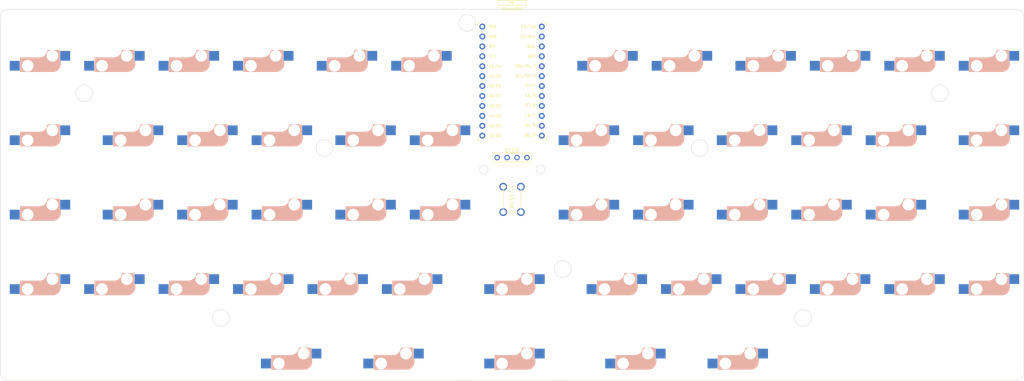
<source format=kicad_pcb>
(kicad_pcb (version 20171130) (host pcbnew "(5.1.9)-1")
  (layers (0 F.Cu signal) (31 B.Cu signal) (34 B.Paste user) (35 F.Paste user) (36 B.SilkS user) (37 F.SilkS user) (38 B.Mask user) (39 F.Mask user) (44 Edge.Cuts user))
  (net 0 "")
  (net 1 /ROW2)
  (net 2 "Net-(D1-Pad2)")
  (net 3 "Net-(D2-Pad2)")
  (net 4 "Net-(D3-Pad2)")
  (net 5 "Net-(D4-Pad2)")
  (net 6 "Net-(D5-Pad2)")
  (net 7 "Net-(D6-Pad2)")
  (net 8 /ROW1)
  (net 9 "Net-(D7-Pad2)")
  (net 10 "Net-(D8-Pad2)")
  (net 11 "Net-(D9-Pad2)")
  (net 12 "Net-(D10-Pad2)")
  (net 13 "Net-(D11-Pad2)")
  (net 14 "Net-(D12-Pad2)")
  (net 15 "Net-(D13-Pad2)")
  (net 16 /ROW4)
  (net 17 "Net-(D14-Pad2)")
  (net 18 "Net-(D15-Pad2)")
  (net 19 "Net-(D16-Pad2)")
  (net 20 "Net-(D17-Pad2)")
  (net 21 "Net-(D18-Pad2)")
  (net 22 "Net-(D19-Pad2)")
  (net 23 /ROW3)
  (net 24 "Net-(D20-Pad2)")
  (net 25 "Net-(D21-Pad2)")
  (net 26 "Net-(D22-Pad2)")
  (net 27 "Net-(D23-Pad2)")
  (net 28 "Net-(D24-Pad2)")
  (net 29 /ROW6)
  (net 30 "Net-(D25-Pad2)")
  (net 31 "Net-(D26-Pad2)")
  (net 32 "Net-(D27-Pad2)")
  (net 33 "Net-(D28-Pad2)")
  (net 34 "Net-(D29-Pad2)")
  (net 35 "Net-(D30-Pad2)")
  (net 36 /ROW5)
  (net 37 "Net-(D31-Pad2)")
  (net 38 "Net-(D32-Pad2)")
  (net 39 "Net-(D33-Pad2)")
  (net 40 "Net-(D34-Pad2)")
  (net 41 "Net-(D35-Pad2)")
  (net 42 "Net-(D36-Pad2)")
  (net 43 /ROW8)
  (net 44 "Net-(D37-Pad2)")
  (net 45 "Net-(D38-Pad2)")
  (net 46 "Net-(D39-Pad2)")
  (net 47 "Net-(D40-Pad2)")
  (net 48 "Net-(D41-Pad2)")
  (net 49 "Net-(D42-Pad2)")
  (net 50 /ROW7)
  (net 51 "Net-(D43-Pad2)")
  (net 52 "Net-(D44-Pad2)")
  (net 53 "Net-(D45-Pad2)")
  (net 54 "Net-(D46-Pad2)")
  (net 55 "Net-(D47-Pad2)")
  (net 56 "Net-(D48-Pad2)")
  (net 57 "Net-(D49-Pad2)")
  (net 58 /ROW9)
  (net 59 "Net-(D50-Pad2)")
  (net 60 "Net-(D51-Pad2)")
  (net 61 "Net-(D52-Pad2)")
  (net 62 "Net-(D53-Pad2)")
  (net 63 "Net-(D54-Pad2)")
  (net 64 VCC)
  (net 65 /LED)
  (net 66 GND)
  (net 67 /SDA)
  (net 68 /SDL)
  (net 69 /COL1)
  (net 70 /COL2)
  (net 71 /COL3)
  (net 72 /COL4)
  (net 73 /COL5)
  (net 74 /COL6)
  (net 75 /RST)
  (net 76 "Net-(U1-Pad24)")
  (module yuiop:Cherry_MX_Stabilizer (layer F.Cu) (at 210 188.0937)
    (fp_text reference REF** hide)
    (fp_text value Cherry_MX_Stabilizer hide)
    (pad "" np_thru_hole circle (at -11.938 6.985 180) (size 3.048 3.048) (drill 3.048) (layers *.Cu *.Mask))
    (pad "" np_thru_hole circle (at -11.938 -8.255 180) (size 3.9878 3.9878) (drill 3.9878) (layers *.Cu *.Mask))
    (pad "" np_thru_hole circle (at 11.938 -8.255 180) (size 3.9878 3.9878) (drill 3.9878) (layers *.Cu *.Mask))
    (pad "" np_thru_hole circle (at 11.938 6.985 180) (size 3.048 3.048) (drill 3.048) (layers *.Cu *.Mask))
  )
  (module yuiop:Cherry_MX_Hotswap_2.0u (layer F.Cu) (at 210 188.09374)
    (fp_text reference SW52 hide)
    (fp_text value SW_PUSH hide)
    (pad "" np_thru_hole circle (at -5.08 0 180) (size 1.9 1.9) (drill 1.9) (layers *.Cu *.Mask))
    (pad "" np_thru_hole circle (at 5.08 0 180) (size 1.9 1.9) (drill 1.9) (layers *.Cu *.Mask))
    (pad 2 smd rect (at -5.842 5.08) (size 2.55 2.5) (layers B.Cu B.Paste B.Mask) (net 61 "Net-(D52-Pad2)"))
    (pad "" np_thru_hole circle (at 0 0 270) (size 4.1 4.1) (drill 4.1) (layers *.Cu *.Mask))
    (pad "" np_thru_hole circle (at -2.54 5.08 180) (size 3 3) (drill 3) (layers *.Cu *.Mask))
    (pad "" np_thru_hole circle (at 3.81 2.54 180) (size 3 3) (drill 3) (layers *.Cu *.Mask))
    (pad 1 smd rect (at 7.085 2.54) (size 2.55 2.5) (layers B.Cu B.Paste B.Mask) (net 74 /COL6))
  )
  (module yuiop:Cherry_MX_Hotswap_1.0u (layer F.Cu) (at 331.44424 169.04374)
    (fp_text reference SW48 hide)
    (fp_text value SW_PUSH hide)
    (pad "" np_thru_hole circle (at 3.81 2.54 180) (size 3 3) (drill 3) (layers *.Cu *.Mask))
    (pad "" np_thru_hole circle (at -2.54 5.08 180) (size 3 3) (drill 3) (layers *.Cu *.Mask))
    (pad 1 smd rect (at 7.085 2.54) (size 2.55 2.5) (layers B.Cu B.Paste B.Mask) (net 74 /COL6))
    (pad "" np_thru_hole circle (at 0 0 270) (size 4.1 4.1) (drill 4.1) (layers *.Cu *.Mask))
    (pad "" np_thru_hole circle (at -5.08 0 180) (size 1.9 1.9) (drill 1.9) (layers *.Cu *.Mask))
    (pad "" np_thru_hole circle (at 5.08 0 180) (size 1.9 1.9) (drill 1.9) (layers *.Cu *.Mask))
    (pad 2 smd rect (at -5.842 5.08) (size 2.55 2.5) (layers B.Cu B.Paste B.Mask) (net 56 "Net-(D48-Pad2)"))
  )
  (module yuiop:Cherry_MX_Hotswap_1.0u (layer F.Cu) (at 331.44424 149.99374)
    (fp_text reference SW36 hide)
    (fp_text value SW_PUSH hide)
    (pad "" np_thru_hole circle (at 3.81 2.54 180) (size 3 3) (drill 3) (layers *.Cu *.Mask))
    (pad "" np_thru_hole circle (at -2.54 5.08 180) (size 3 3) (drill 3) (layers *.Cu *.Mask))
    (pad 1 smd rect (at 7.085 2.54) (size 2.55 2.5) (layers B.Cu B.Paste B.Mask) (net 74 /COL6))
    (pad "" np_thru_hole circle (at 0 0 270) (size 4.1 4.1) (drill 4.1) (layers *.Cu *.Mask))
    (pad "" np_thru_hole circle (at -5.08 0 180) (size 1.9 1.9) (drill 1.9) (layers *.Cu *.Mask))
    (pad "" np_thru_hole circle (at 5.08 0 180) (size 1.9 1.9) (drill 1.9) (layers *.Cu *.Mask))
    (pad 2 smd rect (at -5.842 5.08) (size 2.55 2.5) (layers B.Cu B.Paste B.Mask) (net 42 "Net-(D36-Pad2)"))
  )
  (module yuiop:Cherry_MX_Hotswap_1.0u (layer F.Cu) (at 331.44349 130.94374)
    (fp_text reference SW24 hide)
    (fp_text value SW_PUSH hide)
    (pad "" np_thru_hole circle (at 3.81 2.54 180) (size 3 3) (drill 3) (layers *.Cu *.Mask))
    (pad "" np_thru_hole circle (at -2.54 5.08 180) (size 3 3) (drill 3) (layers *.Cu *.Mask))
    (pad 1 smd rect (at 7.085 2.54) (size 2.55 2.5) (layers B.Cu B.Paste B.Mask) (net 74 /COL6))
    (pad "" np_thru_hole circle (at 0 0 270) (size 4.1 4.1) (drill 4.1) (layers *.Cu *.Mask))
    (pad "" np_thru_hole circle (at -5.08 0 180) (size 1.9 1.9) (drill 1.9) (layers *.Cu *.Mask))
    (pad "" np_thru_hole circle (at 5.08 0 180) (size 1.9 1.9) (drill 1.9) (layers *.Cu *.Mask))
    (pad 2 smd rect (at -5.842 5.08) (size 2.55 2.5) (layers B.Cu B.Paste B.Mask) (net 28 "Net-(D24-Pad2)"))
  )
  (module yuiop:Cherry_MX_Hotswap_1.0u (layer F.Cu) (at 88.55626 169.04374)
    (fp_text reference SW37 hide)
    (fp_text value SW_PUSH hide)
    (pad "" np_thru_hole circle (at 3.81 2.54 180) (size 3 3) (drill 3) (layers *.Cu *.Mask))
    (pad "" np_thru_hole circle (at -2.54 5.08 180) (size 3 3) (drill 3) (layers *.Cu *.Mask))
    (pad 1 smd rect (at 7.085 2.54) (size 2.55 2.5) (layers B.Cu B.Paste B.Mask) (net 69 /COL1))
    (pad "" np_thru_hole circle (at 0 0 270) (size 4.1 4.1) (drill 4.1) (layers *.Cu *.Mask))
    (pad "" np_thru_hole circle (at -5.08 0 180) (size 1.9 1.9) (drill 1.9) (layers *.Cu *.Mask))
    (pad "" np_thru_hole circle (at 5.08 0 180) (size 1.9 1.9) (drill 1.9) (layers *.Cu *.Mask))
    (pad 2 smd rect (at -5.842 5.08) (size 2.55 2.5) (layers B.Cu B.Paste B.Mask) (net 44 "Net-(D37-Pad2)"))
  )
  (module yuiop:Cherry_MX_Hotswap_1.0u (layer F.Cu) (at 88.55626 149.99374)
    (fp_text reference SW25 hide)
    (fp_text value SW_PUSH hide)
    (pad "" np_thru_hole circle (at 3.81 2.54 180) (size 3 3) (drill 3) (layers *.Cu *.Mask))
    (pad "" np_thru_hole circle (at -2.54 5.08 180) (size 3 3) (drill 3) (layers *.Cu *.Mask))
    (pad 1 smd rect (at 7.085 2.54) (size 2.55 2.5) (layers B.Cu B.Paste B.Mask) (net 69 /COL1))
    (pad "" np_thru_hole circle (at 0 0 270) (size 4.1 4.1) (drill 4.1) (layers *.Cu *.Mask))
    (pad "" np_thru_hole circle (at -5.08 0 180) (size 1.9 1.9) (drill 1.9) (layers *.Cu *.Mask))
    (pad "" np_thru_hole circle (at 5.08 0 180) (size 1.9 1.9) (drill 1.9) (layers *.Cu *.Mask))
    (pad 2 smd rect (at -5.842 5.08) (size 2.55 2.5) (layers B.Cu B.Paste B.Mask) (net 30 "Net-(D25-Pad2)"))
  )
  (module yuiop:Cherry_MX_Hotswap_1.0u (layer F.Cu) (at 88.55631 130.94374)
    (fp_text reference SW13 hide)
    (fp_text value SW_PUSH hide)
    (pad "" np_thru_hole circle (at 3.81 2.54 180) (size 3 3) (drill 3) (layers *.Cu *.Mask))
    (pad "" np_thru_hole circle (at -2.54 5.08 180) (size 3 3) (drill 3) (layers *.Cu *.Mask))
    (pad 1 smd rect (at 7.085 2.54) (size 2.55 2.5) (layers B.Cu B.Paste B.Mask) (net 69 /COL1))
    (pad "" np_thru_hole circle (at 0 0 270) (size 4.1 4.1) (drill 4.1) (layers *.Cu *.Mask))
    (pad "" np_thru_hole circle (at -5.08 0 180) (size 1.9 1.9) (drill 1.9) (layers *.Cu *.Mask))
    (pad "" np_thru_hole circle (at 5.08 0 180) (size 1.9 1.9) (drill 1.9) (layers *.Cu *.Mask))
    (pad 2 smd rect (at -5.842 5.08) (size 2.55 2.5) (layers B.Cu B.Paste B.Mask) (net 15 "Net-(D13-Pad2)"))
  )
  (module yuiop:Cherry_MX_Hotswap_1.0u (layer F.Cu) (at 210 169.04374)
    (fp_text reference SW49 hide)
    (fp_text value SW_PUSH hide)
    (pad "" np_thru_hole circle (at 3.81 2.54 180) (size 3 3) (drill 3) (layers *.Cu *.Mask))
    (pad "" np_thru_hole circle (at -2.54 5.08 180) (size 3 3) (drill 3) (layers *.Cu *.Mask))
    (pad 1 smd rect (at 7.085 2.54) (size 2.55 2.5) (layers B.Cu B.Paste B.Mask) (net 69 /COL1))
    (pad "" np_thru_hole circle (at 0 0 270) (size 4.1 4.1) (drill 4.1) (layers *.Cu *.Mask))
    (pad "" np_thru_hole circle (at -5.08 0 180) (size 1.9 1.9) (drill 1.9) (layers *.Cu *.Mask))
    (pad "" np_thru_hole circle (at 5.08 0 180) (size 1.9 1.9) (drill 1.9) (layers *.Cu *.Mask))
    (pad 2 smd rect (at -5.842 5.08) (size 2.55 2.5) (layers B.Cu B.Paste B.Mask) (net 57 "Net-(D49-Pad2)"))
  )
  (module yuiop:Cherry_MX_Hotswap_1u (layer F.Cu) (at 112.36851 130.94374)
    (fp_text reference SW14 hide)
    (fp_text value SW_PUSH hide)
    (pad "" np_thru_hole circle (at 3.81 2.54 180) (size 3 3) (drill 3) (layers *.Cu *.Mask))
    (pad "" np_thru_hole circle (at -2.54 5.08 180) (size 3 3) (drill 3) (layers *.Cu *.Mask))
    (pad 1 smd rect (at 7.085 2.54) (size 2.55 2.5) (layers B.Cu B.Paste B.Mask) (net 70 /COL2))
    (pad "" np_thru_hole circle (at 0 0 270) (size 4.1 4.1) (drill 4.1) (layers *.Cu *.Mask))
    (pad "" np_thru_hole circle (at -5.08 0 180) (size 1.9 1.9) (drill 1.9) (layers *.Cu *.Mask))
    (pad "" np_thru_hole circle (at 5.08 0 180) (size 1.9 1.9) (drill 1.9) (layers *.Cu *.Mask))
    (pad 2 smd rect (at -5.842 5.08) (size 2.55 2.5) (layers B.Cu B.Paste B.Mask) (net 17 "Net-(D14-Pad2)"))
  )
  (module yuiop:ResetSW_4_1side (layer F.Cu) (at 210 151.18474 90)
    (fp_text reference SW_RST1 hide)
    (fp_text value SW_PUSH)
    (fp_text user RESET (at 0 0 90) (layer F.SilkS))
    (pad 1 thru_hole circle (at 3.25 -2.25 90) (size 2 2) (drill 1.3) (layers *.Cu B.Mask) (net 75 /RST))
    (pad 1 thru_hole circle (at -3.25 -2.25 90) (size 2 2) (drill 1.3) (layers *.Cu B.Mask) (net 75 /RST))
    (pad 2 thru_hole circle (at 3.25 2.25 90) (size 2 2) (drill 1.3) (layers *.Cu B.Mask) (net 66 GND))
    (pad 2 thru_hole circle (at -3.25 2.25 90) (size 2 2) (drill 1.3) (layers *.Cu B.Mask) (net 66 GND))
  )
  (module yuiop:OLED_128x32 (layer F.Cu) (at 210 140.46874)
    (fp_text reference OL1)
    (fp_text value OLED hide)
    (fp_text user OLED (at 0 -1.85) (layer F.SilkS))
    (pad 3 thru_hole circle (at 1.27 0) (size 1.397 1.397) (drill 0.8128) (layers *.Cu B.Mask) (net 64 VCC))
    (pad 4 thru_hole circle (at 3.81 0) (size 1.397 1.397) (drill 0.8128) (layers *.Cu B.Mask) (net 66 GND))
    (pad 1 thru_hole circle (at -3.81 0) (size 1.397 1.397) (drill 0.8128) (layers *.Cu B.Mask) (net 67 /SDA))
    (pad 2 thru_hole circle (at -1.27 0) (size 1.397 1.397) (drill 0.8128) (layers *.Cu B.Mask) (net 68 /SDL))
  )
  (module yuiop:Cherry_MX_Hotswap_1u (layer F.Cu) (at 88.55631 111.89374)
    (fp_text reference SW1 hide)
    (fp_text value SW_PUSH hide)
    (pad 2 smd rect (at -5.842 5.08) (size 2.55 2.5) (layers B.Cu B.Paste B.Mask) (net 2 "Net-(D1-Pad2)"))
    (pad "" np_thru_hole circle (at 5.08 0 180) (size 1.9 1.9) (drill 1.9) (layers *.Cu *.Mask))
    (pad "" np_thru_hole circle (at -5.08 0 180) (size 1.9 1.9) (drill 1.9) (layers *.Cu *.Mask))
    (pad "" np_thru_hole circle (at 0 0 270) (size 4.1 4.1) (drill 4.1) (layers *.Cu *.Mask))
    (pad 1 smd rect (at 7.085 2.54) (size 2.55 2.5) (layers B.Cu B.Paste B.Mask) (net 69 /COL1))
    (pad "" np_thru_hole circle (at -2.54 5.08 180) (size 3 3) (drill 3) (layers *.Cu *.Mask))
    (pad "" np_thru_hole circle (at 3.81 2.54 180) (size 3 3) (drill 3) (layers *.Cu *.Mask))
  )
  (module yuiop:Cherry_MX_Hotswap_1u (layer F.Cu) (at 107.60651 111.89374)
    (fp_text reference SW2 hide)
    (fp_text value SW_PUSH hide)
    (pad 2 smd rect (at -5.842 5.08) (size 2.55 2.5) (layers B.Cu B.Paste B.Mask) (net 3 "Net-(D2-Pad2)"))
    (pad "" np_thru_hole circle (at 5.08 0 180) (size 1.9 1.9) (drill 1.9) (layers *.Cu *.Mask))
    (pad "" np_thru_hole circle (at -5.08 0 180) (size 1.9 1.9) (drill 1.9) (layers *.Cu *.Mask))
    (pad "" np_thru_hole circle (at 0 0 270) (size 4.1 4.1) (drill 4.1) (layers *.Cu *.Mask))
    (pad 1 smd rect (at 7.085 2.54) (size 2.55 2.5) (layers B.Cu B.Paste B.Mask) (net 70 /COL2))
    (pad "" np_thru_hole circle (at -2.54 5.08 180) (size 3 3) (drill 3) (layers *.Cu *.Mask))
    (pad "" np_thru_hole circle (at 3.81 2.54 180) (size 3 3) (drill 3) (layers *.Cu *.Mask))
  )
  (module yuiop:Cherry_MX_Hotswap_1u (layer F.Cu) (at 126.65651 111.89374)
    (fp_text reference SW3 hide)
    (fp_text value SW_PUSH hide)
    (pad "" np_thru_hole circle (at 3.81 2.54 180) (size 3 3) (drill 3) (layers *.Cu *.Mask))
    (pad "" np_thru_hole circle (at -2.54 5.08 180) (size 3 3) (drill 3) (layers *.Cu *.Mask))
    (pad 1 smd rect (at 7.085 2.54) (size 2.55 2.5) (layers B.Cu B.Paste B.Mask) (net 71 /COL3))
    (pad "" np_thru_hole circle (at 0 0 270) (size 4.1 4.1) (drill 4.1) (layers *.Cu *.Mask))
    (pad "" np_thru_hole circle (at -5.08 0 180) (size 1.9 1.9) (drill 1.9) (layers *.Cu *.Mask))
    (pad "" np_thru_hole circle (at 5.08 0 180) (size 1.9 1.9) (drill 1.9) (layers *.Cu *.Mask))
    (pad 2 smd rect (at -5.842 5.08) (size 2.55 2.5) (layers B.Cu B.Paste B.Mask) (net 4 "Net-(D3-Pad2)"))
  )
  (module yuiop:Cherry_MX_Hotswap_1u (layer F.Cu) (at 145.70651 111.89374)
    (fp_text reference SW4 hide)
    (fp_text value SW_PUSH hide)
    (pad 2 smd rect (at -5.842 5.08) (size 2.55 2.5) (layers B.Cu B.Paste B.Mask) (net 5 "Net-(D4-Pad2)"))
    (pad "" np_thru_hole circle (at 5.08 0 180) (size 1.9 1.9) (drill 1.9) (layers *.Cu *.Mask))
    (pad "" np_thru_hole circle (at -5.08 0 180) (size 1.9 1.9) (drill 1.9) (layers *.Cu *.Mask))
    (pad "" np_thru_hole circle (at 0 0 270) (size 4.1 4.1) (drill 4.1) (layers *.Cu *.Mask))
    (pad 1 smd rect (at 7.085 2.54) (size 2.55 2.5) (layers B.Cu B.Paste B.Mask) (net 72 /COL4))
    (pad "" np_thru_hole circle (at -2.54 5.08 180) (size 3 3) (drill 3) (layers *.Cu *.Mask))
    (pad "" np_thru_hole circle (at 3.81 2.54 180) (size 3 3) (drill 3) (layers *.Cu *.Mask))
  )
  (module yuiop:Cherry_MX_Hotswap_1u (layer F.Cu) (at 167.13725 111.89374)
    (fp_text reference SW5 hide)
    (fp_text value SW_PUSH hide)
    (pad 2 smd rect (at -5.842 5.08) (size 2.55 2.5) (layers B.Cu B.Paste B.Mask) (net 6 "Net-(D5-Pad2)"))
    (pad "" np_thru_hole circle (at 5.08 0 180) (size 1.9 1.9) (drill 1.9) (layers *.Cu *.Mask))
    (pad "" np_thru_hole circle (at -5.08 0 180) (size 1.9 1.9) (drill 1.9) (layers *.Cu *.Mask))
    (pad "" np_thru_hole circle (at 0 0 270) (size 4.1 4.1) (drill 4.1) (layers *.Cu *.Mask))
    (pad 1 smd rect (at 7.085 2.54) (size 2.55 2.5) (layers B.Cu B.Paste B.Mask) (net 73 /COL5))
    (pad "" np_thru_hole circle (at -2.54 5.08 180) (size 3 3) (drill 3) (layers *.Cu *.Mask))
    (pad "" np_thru_hole circle (at 3.81 2.54 180) (size 3 3) (drill 3) (layers *.Cu *.Mask))
  )
  (module yuiop:Cherry_MX_Hotswap_1u (layer F.Cu) (at 186.18725 111.89374)
    (fp_text reference SW6 hide)
    (fp_text value SW_PUSH hide)
    (pad "" np_thru_hole circle (at 3.81 2.54 180) (size 3 3) (drill 3) (layers *.Cu *.Mask))
    (pad "" np_thru_hole circle (at -2.54 5.08 180) (size 3 3) (drill 3) (layers *.Cu *.Mask))
    (pad 1 smd rect (at 7.085 2.54) (size 2.55 2.5) (layers B.Cu B.Paste B.Mask) (net 74 /COL6))
    (pad "" np_thru_hole circle (at 0 0 270) (size 4.1 4.1) (drill 4.1) (layers *.Cu *.Mask))
    (pad "" np_thru_hole circle (at -5.08 0 180) (size 1.9 1.9) (drill 1.9) (layers *.Cu *.Mask))
    (pad "" np_thru_hole circle (at 5.08 0 180) (size 1.9 1.9) (drill 1.9) (layers *.Cu *.Mask))
    (pad 2 smd rect (at -5.842 5.08) (size 2.55 2.5) (layers B.Cu B.Paste B.Mask) (net 7 "Net-(D6-Pad2)"))
  )
  (module yuiop:Cherry_MX_Hotswap_1u (layer F.Cu) (at 233.81275 111.89374)
    (fp_text reference SW7 hide)
    (fp_text value SW_PUSH hide)
    (pad "" np_thru_hole circle (at 3.81 2.54 180) (size 3 3) (drill 3) (layers *.Cu *.Mask))
    (pad "" np_thru_hole circle (at -2.54 5.08 180) (size 3 3) (drill 3) (layers *.Cu *.Mask))
    (pad 1 smd rect (at 7.085 2.54) (size 2.55 2.5) (layers B.Cu B.Paste B.Mask) (net 69 /COL1))
    (pad "" np_thru_hole circle (at 0 0 270) (size 4.1 4.1) (drill 4.1) (layers *.Cu *.Mask))
    (pad "" np_thru_hole circle (at -5.08 0 180) (size 1.9 1.9) (drill 1.9) (layers *.Cu *.Mask))
    (pad "" np_thru_hole circle (at 5.08 0 180) (size 1.9 1.9) (drill 1.9) (layers *.Cu *.Mask))
    (pad 2 smd rect (at -5.842 5.08) (size 2.55 2.5) (layers B.Cu B.Paste B.Mask) (net 9 "Net-(D7-Pad2)"))
  )
  (module yuiop:Cherry_MX_Hotswap_1u (layer F.Cu) (at 252.86275 111.89374)
    (fp_text reference SW8 hide)
    (fp_text value SW_PUSH hide)
    (pad "" np_thru_hole circle (at 3.81 2.54 180) (size 3 3) (drill 3) (layers *.Cu *.Mask))
    (pad "" np_thru_hole circle (at -2.54 5.08 180) (size 3 3) (drill 3) (layers *.Cu *.Mask))
    (pad 1 smd rect (at 7.085 2.54) (size 2.55 2.5) (layers B.Cu B.Paste B.Mask) (net 70 /COL2))
    (pad "" np_thru_hole circle (at 0 0 270) (size 4.1 4.1) (drill 4.1) (layers *.Cu *.Mask))
    (pad "" np_thru_hole circle (at -5.08 0 180) (size 1.9 1.9) (drill 1.9) (layers *.Cu *.Mask))
    (pad "" np_thru_hole circle (at 5.08 0 180) (size 1.9 1.9) (drill 1.9) (layers *.Cu *.Mask))
    (pad 2 smd rect (at -5.842 5.08) (size 2.55 2.5) (layers B.Cu B.Paste B.Mask) (net 10 "Net-(D8-Pad2)"))
  )
  (module yuiop:Cherry_MX_Hotswap_1u (layer F.Cu) (at 274.29349 111.89374)
    (fp_text reference SW9 hide)
    (fp_text value SW_PUSH hide)
    (pad 2 smd rect (at -5.842 5.08) (size 2.55 2.5) (layers B.Cu B.Paste B.Mask) (net 11 "Net-(D9-Pad2)"))
    (pad "" np_thru_hole circle (at 5.08 0 180) (size 1.9 1.9) (drill 1.9) (layers *.Cu *.Mask))
    (pad "" np_thru_hole circle (at -5.08 0 180) (size 1.9 1.9) (drill 1.9) (layers *.Cu *.Mask))
    (pad "" np_thru_hole circle (at 0 0 270) (size 4.1 4.1) (drill 4.1) (layers *.Cu *.Mask))
    (pad 1 smd rect (at 7.085 2.54) (size 2.55 2.5) (layers B.Cu B.Paste B.Mask) (net 71 /COL3))
    (pad "" np_thru_hole circle (at -2.54 5.08 180) (size 3 3) (drill 3) (layers *.Cu *.Mask))
    (pad "" np_thru_hole circle (at 3.81 2.54 180) (size 3 3) (drill 3) (layers *.Cu *.Mask))
  )
  (module yuiop:Cherry_MX_Hotswap_1u (layer F.Cu) (at 293.34349 111.89374)
    (fp_text reference SW10 hide)
    (fp_text value SW_PUSH hide)
    (pad 2 smd rect (at -5.842 5.08) (size 2.55 2.5) (layers B.Cu B.Paste B.Mask) (net 12 "Net-(D10-Pad2)"))
    (pad "" np_thru_hole circle (at 5.08 0 180) (size 1.9 1.9) (drill 1.9) (layers *.Cu *.Mask))
    (pad "" np_thru_hole circle (at -5.08 0 180) (size 1.9 1.9) (drill 1.9) (layers *.Cu *.Mask))
    (pad "" np_thru_hole circle (at 0 0 270) (size 4.1 4.1) (drill 4.1) (layers *.Cu *.Mask))
    (pad 1 smd rect (at 7.085 2.54) (size 2.55 2.5) (layers B.Cu B.Paste B.Mask) (net 72 /COL4))
    (pad "" np_thru_hole circle (at -2.54 5.08 180) (size 3 3) (drill 3) (layers *.Cu *.Mask))
    (pad "" np_thru_hole circle (at 3.81 2.54 180) (size 3 3) (drill 3) (layers *.Cu *.Mask))
  )
  (module yuiop:Cherry_MX_Hotswap_1u (layer F.Cu) (at 312.39349 111.89374)
    (fp_text reference SW11 hide)
    (fp_text value SW_PUSH hide)
    (pad 2 smd rect (at -5.842 5.08) (size 2.55 2.5) (layers B.Cu B.Paste B.Mask) (net 13 "Net-(D11-Pad2)"))
    (pad "" np_thru_hole circle (at 5.08 0 180) (size 1.9 1.9) (drill 1.9) (layers *.Cu *.Mask))
    (pad "" np_thru_hole circle (at -5.08 0 180) (size 1.9 1.9) (drill 1.9) (layers *.Cu *.Mask))
    (pad "" np_thru_hole circle (at 0 0 270) (size 4.1 4.1) (drill 4.1) (layers *.Cu *.Mask))
    (pad 1 smd rect (at 7.085 2.54) (size 2.55 2.5) (layers B.Cu B.Paste B.Mask) (net 73 /COL5))
    (pad "" np_thru_hole circle (at -2.54 5.08 180) (size 3 3) (drill 3) (layers *.Cu *.Mask))
    (pad "" np_thru_hole circle (at 3.81 2.54 180) (size 3 3) (drill 3) (layers *.Cu *.Mask))
  )
  (module yuiop:Cherry_MX_Hotswap_1u (layer F.Cu) (at 331.44349 111.89374)
    (fp_text reference SW12 hide)
    (fp_text value SW_PUSH hide)
    (pad "" np_thru_hole circle (at 3.81 2.54 180) (size 3 3) (drill 3) (layers *.Cu *.Mask))
    (pad "" np_thru_hole circle (at -2.54 5.08 180) (size 3 3) (drill 3) (layers *.Cu *.Mask))
    (pad 1 smd rect (at 7.085 2.54) (size 2.55 2.5) (layers B.Cu B.Paste B.Mask) (net 74 /COL6))
    (pad "" np_thru_hole circle (at 0 0 270) (size 4.1 4.1) (drill 4.1) (layers *.Cu *.Mask))
    (pad "" np_thru_hole circle (at -5.08 0 180) (size 1.9 1.9) (drill 1.9) (layers *.Cu *.Mask))
    (pad "" np_thru_hole circle (at 5.08 0 180) (size 1.9 1.9) (drill 1.9) (layers *.Cu *.Mask))
    (pad 2 smd rect (at -5.842 5.08) (size 2.55 2.5) (layers B.Cu B.Paste B.Mask) (net 14 "Net-(D12-Pad2)"))
  )
  (module yuiop:Cherry_MX_Hotswap_1u (layer F.Cu) (at 131.41851 130.94374)
    (fp_text reference SW15 hide)
    (fp_text value SW_PUSH hide)
    (pad "" np_thru_hole circle (at 3.81 2.54 180) (size 3 3) (drill 3) (layers *.Cu *.Mask))
    (pad "" np_thru_hole circle (at -2.54 5.08 180) (size 3 3) (drill 3) (layers *.Cu *.Mask))
    (pad 1 smd rect (at 7.085 2.54) (size 2.55 2.5) (layers B.Cu B.Paste B.Mask) (net 71 /COL3))
    (pad "" np_thru_hole circle (at 0 0 270) (size 4.1 4.1) (drill 4.1) (layers *.Cu *.Mask))
    (pad "" np_thru_hole circle (at -5.08 0 180) (size 1.9 1.9) (drill 1.9) (layers *.Cu *.Mask))
    (pad "" np_thru_hole circle (at 5.08 0 180) (size 1.9 1.9) (drill 1.9) (layers *.Cu *.Mask))
    (pad 2 smd rect (at -5.842 5.08) (size 2.55 2.5) (layers B.Cu B.Paste B.Mask) (net 18 "Net-(D15-Pad2)"))
  )
  (module yuiop:Cherry_MX_Hotswap_1u (layer F.Cu) (at 150.46851 130.94374)
    (fp_text reference SW16 hide)
    (fp_text value SW_PUSH hide)
    (pad "" np_thru_hole circle (at 3.81 2.54 180) (size 3 3) (drill 3) (layers *.Cu *.Mask))
    (pad "" np_thru_hole circle (at -2.54 5.08 180) (size 3 3) (drill 3) (layers *.Cu *.Mask))
    (pad 1 smd rect (at 7.085 2.54) (size 2.55 2.5) (layers B.Cu B.Paste B.Mask) (net 72 /COL4))
    (pad "" np_thru_hole circle (at 0 0 270) (size 4.1 4.1) (drill 4.1) (layers *.Cu *.Mask))
    (pad "" np_thru_hole circle (at -5.08 0 180) (size 1.9 1.9) (drill 1.9) (layers *.Cu *.Mask))
    (pad "" np_thru_hole circle (at 5.08 0 180) (size 1.9 1.9) (drill 1.9) (layers *.Cu *.Mask))
    (pad 2 smd rect (at -5.842 5.08) (size 2.55 2.5) (layers B.Cu B.Paste B.Mask) (net 19 "Net-(D16-Pad2)"))
  )
  (module yuiop:Cherry_MX_Hotswap_1u (layer F.Cu) (at 171.90025 130.94374)
    (fp_text reference SW17 hide)
    (fp_text value SW_PUSH hide)
    (pad 2 smd rect (at -5.842 5.08) (size 2.55 2.5) (layers B.Cu B.Paste B.Mask) (net 20 "Net-(D17-Pad2)"))
    (pad "" np_thru_hole circle (at 5.08 0 180) (size 1.9 1.9) (drill 1.9) (layers *.Cu *.Mask))
    (pad "" np_thru_hole circle (at -5.08 0 180) (size 1.9 1.9) (drill 1.9) (layers *.Cu *.Mask))
    (pad "" np_thru_hole circle (at 0 0 270) (size 4.1 4.1) (drill 4.1) (layers *.Cu *.Mask))
    (pad 1 smd rect (at 7.085 2.54) (size 2.55 2.5) (layers B.Cu B.Paste B.Mask) (net 73 /COL5))
    (pad "" np_thru_hole circle (at -2.54 5.08 180) (size 3 3) (drill 3) (layers *.Cu *.Mask))
    (pad "" np_thru_hole circle (at 3.81 2.54 180) (size 3 3) (drill 3) (layers *.Cu *.Mask))
  )
  (module yuiop:Cherry_MX_Hotswap_1u (layer F.Cu) (at 190.95025 130.94374)
    (fp_text reference SW18 hide)
    (fp_text value SW_PUSH hide)
    (pad "" np_thru_hole circle (at 3.81 2.54 180) (size 3 3) (drill 3) (layers *.Cu *.Mask))
    (pad "" np_thru_hole circle (at -2.54 5.08 180) (size 3 3) (drill 3) (layers *.Cu *.Mask))
    (pad 1 smd rect (at 7.085 2.54) (size 2.55 2.5) (layers B.Cu B.Paste B.Mask) (net 74 /COL6))
    (pad "" np_thru_hole circle (at 0 0 270) (size 4.1 4.1) (drill 4.1) (layers *.Cu *.Mask))
    (pad "" np_thru_hole circle (at -5.08 0 180) (size 1.9 1.9) (drill 1.9) (layers *.Cu *.Mask))
    (pad "" np_thru_hole circle (at 5.08 0 180) (size 1.9 1.9) (drill 1.9) (layers *.Cu *.Mask))
    (pad 2 smd rect (at -5.842 5.08) (size 2.55 2.5) (layers B.Cu B.Paste B.Mask) (net 21 "Net-(D18-Pad2)"))
  )
  (module yuiop:Cherry_MX_Hotswap_1u (layer F.Cu) (at 229.04975 130.94374)
    (fp_text reference SW19 hide)
    (fp_text value SW_PUSH hide)
    (pad "" np_thru_hole circle (at 3.81 2.54 180) (size 3 3) (drill 3) (layers *.Cu *.Mask))
    (pad "" np_thru_hole circle (at -2.54 5.08 180) (size 3 3) (drill 3) (layers *.Cu *.Mask))
    (pad 1 smd rect (at 7.085 2.54) (size 2.55 2.5) (layers B.Cu B.Paste B.Mask) (net 69 /COL1))
    (pad "" np_thru_hole circle (at 0 0 270) (size 4.1 4.1) (drill 4.1) (layers *.Cu *.Mask))
    (pad "" np_thru_hole circle (at -5.08 0 180) (size 1.9 1.9) (drill 1.9) (layers *.Cu *.Mask))
    (pad "" np_thru_hole circle (at 5.08 0 180) (size 1.9 1.9) (drill 1.9) (layers *.Cu *.Mask))
    (pad 2 smd rect (at -5.842 5.08) (size 2.55 2.5) (layers B.Cu B.Paste B.Mask) (net 22 "Net-(D19-Pad2)"))
  )
  (module yuiop:Cherry_MX_Hotswap_1u (layer F.Cu) (at 248.09975 130.94374)
    (fp_text reference SW20 hide)
    (fp_text value SW_PUSH hide)
    (pad "" np_thru_hole circle (at 3.81 2.54 180) (size 3 3) (drill 3) (layers *.Cu *.Mask))
    (pad "" np_thru_hole circle (at -2.54 5.08 180) (size 3 3) (drill 3) (layers *.Cu *.Mask))
    (pad 1 smd rect (at 7.085 2.54) (size 2.55 2.5) (layers B.Cu B.Paste B.Mask) (net 70 /COL2))
    (pad "" np_thru_hole circle (at 0 0 270) (size 4.1 4.1) (drill 4.1) (layers *.Cu *.Mask))
    (pad "" np_thru_hole circle (at -5.08 0 180) (size 1.9 1.9) (drill 1.9) (layers *.Cu *.Mask))
    (pad "" np_thru_hole circle (at 5.08 0 180) (size 1.9 1.9) (drill 1.9) (layers *.Cu *.Mask))
    (pad 2 smd rect (at -5.842 5.08) (size 2.55 2.5) (layers B.Cu B.Paste B.Mask) (net 24 "Net-(D20-Pad2)"))
  )
  (module yuiop:Cherry_MX_Hotswap_1u (layer F.Cu) (at 269.53149 130.94374)
    (fp_text reference SW21 hide)
    (fp_text value SW_PUSH hide)
    (pad 2 smd rect (at -5.842 5.08) (size 2.55 2.5) (layers B.Cu B.Paste B.Mask) (net 25 "Net-(D21-Pad2)"))
    (pad "" np_thru_hole circle (at 5.08 0 180) (size 1.9 1.9) (drill 1.9) (layers *.Cu *.Mask))
    (pad "" np_thru_hole circle (at -5.08 0 180) (size 1.9 1.9) (drill 1.9) (layers *.Cu *.Mask))
    (pad "" np_thru_hole circle (at 0 0 270) (size 4.1 4.1) (drill 4.1) (layers *.Cu *.Mask))
    (pad 1 smd rect (at 7.085 2.54) (size 2.55 2.5) (layers B.Cu B.Paste B.Mask) (net 71 /COL3))
    (pad "" np_thru_hole circle (at -2.54 5.08 180) (size 3 3) (drill 3) (layers *.Cu *.Mask))
    (pad "" np_thru_hole circle (at 3.81 2.54 180) (size 3 3) (drill 3) (layers *.Cu *.Mask))
  )
  (module yuiop:Cherry_MX_Hotswap_1u (layer F.Cu) (at 288.58149 130.94374)
    (fp_text reference SW22 hide)
    (fp_text value SW_PUSH hide)
    (pad 2 smd rect (at -5.842 5.08) (size 2.55 2.5) (layers B.Cu B.Paste B.Mask) (net 26 "Net-(D22-Pad2)"))
    (pad "" np_thru_hole circle (at 5.08 0 180) (size 1.9 1.9) (drill 1.9) (layers *.Cu *.Mask))
    (pad "" np_thru_hole circle (at -5.08 0 180) (size 1.9 1.9) (drill 1.9) (layers *.Cu *.Mask))
    (pad "" np_thru_hole circle (at 0 0 270) (size 4.1 4.1) (drill 4.1) (layers *.Cu *.Mask))
    (pad 1 smd rect (at 7.085 2.54) (size 2.55 2.5) (layers B.Cu B.Paste B.Mask) (net 72 /COL4))
    (pad "" np_thru_hole circle (at -2.54 5.08 180) (size 3 3) (drill 3) (layers *.Cu *.Mask))
    (pad "" np_thru_hole circle (at 3.81 2.54 180) (size 3 3) (drill 3) (layers *.Cu *.Mask))
  )
  (module yuiop:Cherry_MX_Hotswap_1u (layer F.Cu) (at 307.63149 130.94374)
    (fp_text reference SW23 hide)
    (fp_text value SW_PUSH hide)
    (pad "" np_thru_hole circle (at 3.81 2.54 180) (size 3 3) (drill 3) (layers *.Cu *.Mask))
    (pad "" np_thru_hole circle (at -2.54 5.08 180) (size 3 3) (drill 3) (layers *.Cu *.Mask))
    (pad 1 smd rect (at 7.085 2.54) (size 2.55 2.5) (layers B.Cu B.Paste B.Mask) (net 73 /COL5))
    (pad "" np_thru_hole circle (at 0 0 270) (size 4.1 4.1) (drill 4.1) (layers *.Cu *.Mask))
    (pad "" np_thru_hole circle (at -5.08 0 180) (size 1.9 1.9) (drill 1.9) (layers *.Cu *.Mask))
    (pad "" np_thru_hole circle (at 5.08 0 180) (size 1.9 1.9) (drill 1.9) (layers *.Cu *.Mask))
    (pad 2 smd rect (at -5.842 5.08) (size 2.55 2.5) (layers B.Cu B.Paste B.Mask) (net 27 "Net-(D23-Pad2)"))
  )
  (module yuiop:Cherry_MX_Hotswap_1u (layer F.Cu) (at 112.36851 149.99374)
    (fp_text reference SW26 hide)
    (fp_text value SW_PUSH hide)
    (pad 2 smd rect (at -5.842 5.08) (size 2.55 2.5) (layers B.Cu B.Paste B.Mask) (net 31 "Net-(D26-Pad2)"))
    (pad "" np_thru_hole circle (at 5.08 0 180) (size 1.9 1.9) (drill 1.9) (layers *.Cu *.Mask))
    (pad "" np_thru_hole circle (at -5.08 0 180) (size 1.9 1.9) (drill 1.9) (layers *.Cu *.Mask))
    (pad "" np_thru_hole circle (at 0 0 270) (size 4.1 4.1) (drill 4.1) (layers *.Cu *.Mask))
    (pad 1 smd rect (at 7.085 2.54) (size 2.55 2.5) (layers B.Cu B.Paste B.Mask) (net 70 /COL2))
    (pad "" np_thru_hole circle (at -2.54 5.08 180) (size 3 3) (drill 3) (layers *.Cu *.Mask))
    (pad "" np_thru_hole circle (at 3.81 2.54 180) (size 3 3) (drill 3) (layers *.Cu *.Mask))
  )
  (module yuiop:Cherry_MX_Hotswap_1u (layer F.Cu) (at 131.41851 149.99374)
    (fp_text reference SW27 hide)
    (fp_text value SW_PUSH hide)
    (pad "" np_thru_hole circle (at 3.81 2.54 180) (size 3 3) (drill 3) (layers *.Cu *.Mask))
    (pad "" np_thru_hole circle (at -2.54 5.08 180) (size 3 3) (drill 3) (layers *.Cu *.Mask))
    (pad 1 smd rect (at 7.085 2.54) (size 2.55 2.5) (layers B.Cu B.Paste B.Mask) (net 71 /COL3))
    (pad "" np_thru_hole circle (at 0 0 270) (size 4.1 4.1) (drill 4.1) (layers *.Cu *.Mask))
    (pad "" np_thru_hole circle (at -5.08 0 180) (size 1.9 1.9) (drill 1.9) (layers *.Cu *.Mask))
    (pad "" np_thru_hole circle (at 5.08 0 180) (size 1.9 1.9) (drill 1.9) (layers *.Cu *.Mask))
    (pad 2 smd rect (at -5.842 5.08) (size 2.55 2.5) (layers B.Cu B.Paste B.Mask) (net 32 "Net-(D27-Pad2)"))
  )
  (module yuiop:Cherry_MX_Hotswap_1u (layer F.Cu) (at 150.46851 149.99374)
    (fp_text reference SW28 hide)
    (fp_text value SW_PUSH hide)
    (pad 2 smd rect (at -5.842 5.08) (size 2.55 2.5) (layers B.Cu B.Paste B.Mask) (net 33 "Net-(D28-Pad2)"))
    (pad "" np_thru_hole circle (at 5.08 0 180) (size 1.9 1.9) (drill 1.9) (layers *.Cu *.Mask))
    (pad "" np_thru_hole circle (at -5.08 0 180) (size 1.9 1.9) (drill 1.9) (layers *.Cu *.Mask))
    (pad "" np_thru_hole circle (at 0 0 270) (size 4.1 4.1) (drill 4.1) (layers *.Cu *.Mask))
    (pad 1 smd rect (at 7.085 2.54) (size 2.55 2.5) (layers B.Cu B.Paste B.Mask) (net 72 /COL4))
    (pad "" np_thru_hole circle (at -2.54 5.08 180) (size 3 3) (drill 3) (layers *.Cu *.Mask))
    (pad "" np_thru_hole circle (at 3.81 2.54 180) (size 3 3) (drill 3) (layers *.Cu *.Mask))
  )
  (module yuiop:Cherry_MX_Hotswap_1u (layer F.Cu) (at 171.90025 149.99374)
    (fp_text reference SW29 hide)
    (fp_text value SW_PUSH hide)
    (pad 2 smd rect (at -5.842 5.08) (size 2.55 2.5) (layers B.Cu B.Paste B.Mask) (net 34 "Net-(D29-Pad2)"))
    (pad "" np_thru_hole circle (at 5.08 0 180) (size 1.9 1.9) (drill 1.9) (layers *.Cu *.Mask))
    (pad "" np_thru_hole circle (at -5.08 0 180) (size 1.9 1.9) (drill 1.9) (layers *.Cu *.Mask))
    (pad "" np_thru_hole circle (at 0 0 270) (size 4.1 4.1) (drill 4.1) (layers *.Cu *.Mask))
    (pad 1 smd rect (at 7.085 2.54) (size 2.55 2.5) (layers B.Cu B.Paste B.Mask) (net 73 /COL5))
    (pad "" np_thru_hole circle (at -2.54 5.08 180) (size 3 3) (drill 3) (layers *.Cu *.Mask))
    (pad "" np_thru_hole circle (at 3.81 2.54 180) (size 3 3) (drill 3) (layers *.Cu *.Mask))
  )
  (module yuiop:Cherry_MX_Hotswap_1u (layer F.Cu) (at 190.95025 149.99374)
    (fp_text reference SW30 hide)
    (fp_text value SW_PUSH hide)
    (pad 2 smd rect (at -5.842 5.08) (size 2.55 2.5) (layers B.Cu B.Paste B.Mask) (net 35 "Net-(D30-Pad2)"))
    (pad "" np_thru_hole circle (at 5.08 0 180) (size 1.9 1.9) (drill 1.9) (layers *.Cu *.Mask))
    (pad "" np_thru_hole circle (at -5.08 0 180) (size 1.9 1.9) (drill 1.9) (layers *.Cu *.Mask))
    (pad "" np_thru_hole circle (at 0 0 270) (size 4.1 4.1) (drill 4.1) (layers *.Cu *.Mask))
    (pad 1 smd rect (at 7.085 2.54) (size 2.55 2.5) (layers B.Cu B.Paste B.Mask) (net 74 /COL6))
    (pad "" np_thru_hole circle (at -2.54 5.08 180) (size 3 3) (drill 3) (layers *.Cu *.Mask))
    (pad "" np_thru_hole circle (at 3.81 2.54 180) (size 3 3) (drill 3) (layers *.Cu *.Mask))
  )
  (module yuiop:Cherry_MX_Hotswap_1u (layer F.Cu) (at 229.04975 149.99374)
    (fp_text reference SW31 hide)
    (fp_text value SW_PUSH hide)
    (pad 2 smd rect (at -5.842 5.08) (size 2.55 2.5) (layers B.Cu B.Paste B.Mask) (net 37 "Net-(D31-Pad2)"))
    (pad "" np_thru_hole circle (at 5.08 0 180) (size 1.9 1.9) (drill 1.9) (layers *.Cu *.Mask))
    (pad "" np_thru_hole circle (at -5.08 0 180) (size 1.9 1.9) (drill 1.9) (layers *.Cu *.Mask))
    (pad "" np_thru_hole circle (at 0 0 270) (size 4.1 4.1) (drill 4.1) (layers *.Cu *.Mask))
    (pad 1 smd rect (at 7.085 2.54) (size 2.55 2.5) (layers B.Cu B.Paste B.Mask) (net 69 /COL1))
    (pad "" np_thru_hole circle (at -2.54 5.08 180) (size 3 3) (drill 3) (layers *.Cu *.Mask))
    (pad "" np_thru_hole circle (at 3.81 2.54 180) (size 3 3) (drill 3) (layers *.Cu *.Mask))
  )
  (module yuiop:Cherry_MX_Hotswap_1u (layer F.Cu) (at 248.09975 149.99374)
    (fp_text reference SW32 hide)
    (fp_text value SW_PUSH hide)
    (pad "" np_thru_hole circle (at 3.81 2.54 180) (size 3 3) (drill 3) (layers *.Cu *.Mask))
    (pad "" np_thru_hole circle (at -2.54 5.08 180) (size 3 3) (drill 3) (layers *.Cu *.Mask))
    (pad 1 smd rect (at 7.085 2.54) (size 2.55 2.5) (layers B.Cu B.Paste B.Mask) (net 70 /COL2))
    (pad "" np_thru_hole circle (at 0 0 270) (size 4.1 4.1) (drill 4.1) (layers *.Cu *.Mask))
    (pad "" np_thru_hole circle (at -5.08 0 180) (size 1.9 1.9) (drill 1.9) (layers *.Cu *.Mask))
    (pad "" np_thru_hole circle (at 5.08 0 180) (size 1.9 1.9) (drill 1.9) (layers *.Cu *.Mask))
    (pad 2 smd rect (at -5.842 5.08) (size 2.55 2.5) (layers B.Cu B.Paste B.Mask) (net 38 "Net-(D32-Pad2)"))
  )
  (module yuiop:Cherry_MX_Hotswap_1u (layer F.Cu) (at 269.53149 149.99374)
    (fp_text reference SW33 hide)
    (fp_text value SW_PUSH hide)
    (pad 2 smd rect (at -5.842 5.08) (size 2.55 2.5) (layers B.Cu B.Paste B.Mask) (net 39 "Net-(D33-Pad2)"))
    (pad "" np_thru_hole circle (at 5.08 0 180) (size 1.9 1.9) (drill 1.9) (layers *.Cu *.Mask))
    (pad "" np_thru_hole circle (at -5.08 0 180) (size 1.9 1.9) (drill 1.9) (layers *.Cu *.Mask))
    (pad "" np_thru_hole circle (at 0 0 270) (size 4.1 4.1) (drill 4.1) (layers *.Cu *.Mask))
    (pad 1 smd rect (at 7.085 2.54) (size 2.55 2.5) (layers B.Cu B.Paste B.Mask) (net 71 /COL3))
    (pad "" np_thru_hole circle (at -2.54 5.08 180) (size 3 3) (drill 3) (layers *.Cu *.Mask))
    (pad "" np_thru_hole circle (at 3.81 2.54 180) (size 3 3) (drill 3) (layers *.Cu *.Mask))
  )
  (module yuiop:Cherry_MX_Hotswap_1u (layer F.Cu) (at 288.58149 149.99374)
    (fp_text reference SW34 hide)
    (fp_text value SW_PUSH hide)
    (pad 2 smd rect (at -5.842 5.08) (size 2.55 2.5) (layers B.Cu B.Paste B.Mask) (net 40 "Net-(D34-Pad2)"))
    (pad "" np_thru_hole circle (at 5.08 0 180) (size 1.9 1.9) (drill 1.9) (layers *.Cu *.Mask))
    (pad "" np_thru_hole circle (at -5.08 0 180) (size 1.9 1.9) (drill 1.9) (layers *.Cu *.Mask))
    (pad "" np_thru_hole circle (at 0 0 270) (size 4.1 4.1) (drill 4.1) (layers *.Cu *.Mask))
    (pad 1 smd rect (at 7.085 2.54) (size 2.55 2.5) (layers B.Cu B.Paste B.Mask) (net 72 /COL4))
    (pad "" np_thru_hole circle (at -2.54 5.08 180) (size 3 3) (drill 3) (layers *.Cu *.Mask))
    (pad "" np_thru_hole circle (at 3.81 2.54 180) (size 3 3) (drill 3) (layers *.Cu *.Mask))
  )
  (module yuiop:Cherry_MX_Hotswap_1u (layer F.Cu) (at 307.63149 149.99374)
    (fp_text reference SW35 hide)
    (fp_text value SW_PUSH hide)
    (pad 2 smd rect (at -5.842 5.08) (size 2.55 2.5) (layers B.Cu B.Paste B.Mask) (net 41 "Net-(D35-Pad2)"))
    (pad "" np_thru_hole circle (at 5.08 0 180) (size 1.9 1.9) (drill 1.9) (layers *.Cu *.Mask))
    (pad "" np_thru_hole circle (at -5.08 0 180) (size 1.9 1.9) (drill 1.9) (layers *.Cu *.Mask))
    (pad "" np_thru_hole circle (at 0 0 270) (size 4.1 4.1) (drill 4.1) (layers *.Cu *.Mask))
    (pad 1 smd rect (at 7.085 2.54) (size 2.55 2.5) (layers B.Cu B.Paste B.Mask) (net 73 /COL5))
    (pad "" np_thru_hole circle (at -2.54 5.08 180) (size 3 3) (drill 3) (layers *.Cu *.Mask))
    (pad "" np_thru_hole circle (at 3.81 2.54 180) (size 3 3) (drill 3) (layers *.Cu *.Mask))
  )
  (module yuiop:Cherry_MX_Hotswap_1u (layer F.Cu) (at 107.60651 169.04374)
    (fp_text reference SW38 hide)
    (fp_text value SW_PUSH hide)
    (pad 2 smd rect (at -5.842 5.08) (size 2.55 2.5) (layers B.Cu B.Paste B.Mask) (net 45 "Net-(D38-Pad2)"))
    (pad "" np_thru_hole circle (at 5.08 0 180) (size 1.9 1.9) (drill 1.9) (layers *.Cu *.Mask))
    (pad "" np_thru_hole circle (at -5.08 0 180) (size 1.9 1.9) (drill 1.9) (layers *.Cu *.Mask))
    (pad "" np_thru_hole circle (at 0 0 270) (size 4.1 4.1) (drill 4.1) (layers *.Cu *.Mask))
    (pad 1 smd rect (at 7.085 2.54) (size 2.55 2.5) (layers B.Cu B.Paste B.Mask) (net 70 /COL2))
    (pad "" np_thru_hole circle (at -2.54 5.08 180) (size 3 3) (drill 3) (layers *.Cu *.Mask))
    (pad "" np_thru_hole circle (at 3.81 2.54 180) (size 3 3) (drill 3) (layers *.Cu *.Mask))
  )
  (module yuiop:Cherry_MX_Hotswap_1u (layer F.Cu) (at 126.65651 169.04374)
    (fp_text reference SW39 hide)
    (fp_text value SW_PUSH hide)
    (pad "" np_thru_hole circle (at 3.81 2.54 180) (size 3 3) (drill 3) (layers *.Cu *.Mask))
    (pad "" np_thru_hole circle (at -2.54 5.08 180) (size 3 3) (drill 3) (layers *.Cu *.Mask))
    (pad 1 smd rect (at 7.085 2.54) (size 2.55 2.5) (layers B.Cu B.Paste B.Mask) (net 71 /COL3))
    (pad "" np_thru_hole circle (at 0 0 270) (size 4.1 4.1) (drill 4.1) (layers *.Cu *.Mask))
    (pad "" np_thru_hole circle (at -5.08 0 180) (size 1.9 1.9) (drill 1.9) (layers *.Cu *.Mask))
    (pad "" np_thru_hole circle (at 5.08 0 180) (size 1.9 1.9) (drill 1.9) (layers *.Cu *.Mask))
    (pad 2 smd rect (at -5.842 5.08) (size 2.55 2.5) (layers B.Cu B.Paste B.Mask) (net 46 "Net-(D39-Pad2)"))
  )
  (module yuiop:Cherry_MX_Hotswap_1u (layer F.Cu) (at 145.70651 169.04374)
    (fp_text reference SW40 hide)
    (fp_text value SW_PUSH hide)
    (pad "" np_thru_hole circle (at 3.81 2.54 180) (size 3 3) (drill 3) (layers *.Cu *.Mask))
    (pad "" np_thru_hole circle (at -2.54 5.08 180) (size 3 3) (drill 3) (layers *.Cu *.Mask))
    (pad 1 smd rect (at 7.085 2.54) (size 2.55 2.5) (layers B.Cu B.Paste B.Mask) (net 72 /COL4))
    (pad "" np_thru_hole circle (at 0 0 270) (size 4.1 4.1) (drill 4.1) (layers *.Cu *.Mask))
    (pad "" np_thru_hole circle (at -5.08 0 180) (size 1.9 1.9) (drill 1.9) (layers *.Cu *.Mask))
    (pad "" np_thru_hole circle (at 5.08 0 180) (size 1.9 1.9) (drill 1.9) (layers *.Cu *.Mask))
    (pad 2 smd rect (at -5.842 5.08) (size 2.55 2.5) (layers B.Cu B.Paste B.Mask) (net 47 "Net-(D40-Pad2)"))
  )
  (module yuiop:Cherry_MX_Hotswap_1u (layer F.Cu) (at 164.75651 169.04374)
    (fp_text reference SW41 hide)
    (fp_text value SW_PUSH hide)
    (pad 2 smd rect (at -5.842 5.08) (size 2.55 2.5) (layers B.Cu B.Paste B.Mask) (net 48 "Net-(D41-Pad2)"))
    (pad "" np_thru_hole circle (at 5.08 0 180) (size 1.9 1.9) (drill 1.9) (layers *.Cu *.Mask))
    (pad "" np_thru_hole circle (at -5.08 0 180) (size 1.9 1.9) (drill 1.9) (layers *.Cu *.Mask))
    (pad "" np_thru_hole circle (at 0 0 270) (size 4.1 4.1) (drill 4.1) (layers *.Cu *.Mask))
    (pad 1 smd rect (at 7.085 2.54) (size 2.55 2.5) (layers B.Cu B.Paste B.Mask) (net 73 /COL5))
    (pad "" np_thru_hole circle (at -2.54 5.08 180) (size 3 3) (drill 3) (layers *.Cu *.Mask))
    (pad "" np_thru_hole circle (at 3.81 2.54 180) (size 3 3) (drill 3) (layers *.Cu *.Mask))
  )
  (module yuiop:Cherry_MX_Hotswap_1u (layer F.Cu) (at 183.80651 169.04374)
    (fp_text reference SW42 hide)
    (fp_text value SW_PUSH hide)
    (pad 2 smd rect (at -5.842 5.08) (size 2.55 2.5) (layers B.Cu B.Paste B.Mask) (net 49 "Net-(D42-Pad2)"))
    (pad "" np_thru_hole circle (at 5.08 0 180) (size 1.9 1.9) (drill 1.9) (layers *.Cu *.Mask))
    (pad "" np_thru_hole circle (at -5.08 0 180) (size 1.9 1.9) (drill 1.9) (layers *.Cu *.Mask))
    (pad "" np_thru_hole circle (at 0 0 270) (size 4.1 4.1) (drill 4.1) (layers *.Cu *.Mask))
    (pad 1 smd rect (at 7.085 2.54) (size 2.55 2.5) (layers B.Cu B.Paste B.Mask) (net 74 /COL6))
    (pad "" np_thru_hole circle (at -2.54 5.08 180) (size 3 3) (drill 3) (layers *.Cu *.Mask))
    (pad "" np_thru_hole circle (at 3.81 2.54 180) (size 3 3) (drill 3) (layers *.Cu *.Mask))
  )
  (module yuiop:Cherry_MX_Hotswap_1u (layer F.Cu) (at 236.19349 169.04374)
    (fp_text reference SW43 hide)
    (fp_text value SW_PUSH hide)
    (pad "" np_thru_hole circle (at 3.81 2.54 180) (size 3 3) (drill 3) (layers *.Cu *.Mask))
    (pad "" np_thru_hole circle (at -2.54 5.08 180) (size 3 3) (drill 3) (layers *.Cu *.Mask))
    (pad 1 smd rect (at 7.085 2.54) (size 2.55 2.5) (layers B.Cu B.Paste B.Mask) (net 69 /COL1))
    (pad "" np_thru_hole circle (at 0 0 270) (size 4.1 4.1) (drill 4.1) (layers *.Cu *.Mask))
    (pad "" np_thru_hole circle (at -5.08 0 180) (size 1.9 1.9) (drill 1.9) (layers *.Cu *.Mask))
    (pad "" np_thru_hole circle (at 5.08 0 180) (size 1.9 1.9) (drill 1.9) (layers *.Cu *.Mask))
    (pad 2 smd rect (at -5.842 5.08) (size 2.55 2.5) (layers B.Cu B.Paste B.Mask) (net 51 "Net-(D43-Pad2)"))
  )
  (module yuiop:Cherry_MX_Hotswap_1u (layer F.Cu) (at 255.24349 169.04374)
    (fp_text reference SW44 hide)
    (fp_text value SW_PUSH hide)
    (pad "" np_thru_hole circle (at 3.81 2.54 180) (size 3 3) (drill 3) (layers *.Cu *.Mask))
    (pad "" np_thru_hole circle (at -2.54 5.08 180) (size 3 3) (drill 3) (layers *.Cu *.Mask))
    (pad 1 smd rect (at 7.085 2.54) (size 2.55 2.5) (layers B.Cu B.Paste B.Mask) (net 70 /COL2))
    (pad "" np_thru_hole circle (at 0 0 270) (size 4.1 4.1) (drill 4.1) (layers *.Cu *.Mask))
    (pad "" np_thru_hole circle (at -5.08 0 180) (size 1.9 1.9) (drill 1.9) (layers *.Cu *.Mask))
    (pad "" np_thru_hole circle (at 5.08 0 180) (size 1.9 1.9) (drill 1.9) (layers *.Cu *.Mask))
    (pad 2 smd rect (at -5.842 5.08) (size 2.55 2.5) (layers B.Cu B.Paste B.Mask) (net 52 "Net-(D44-Pad2)"))
  )
  (module yuiop:Cherry_MX_Hotswap_1u (layer F.Cu) (at 274.29349 169.04374)
    (fp_text reference SW45 hide)
    (fp_text value SW_PUSH hide)
    (pad "" np_thru_hole circle (at 3.81 2.54 180) (size 3 3) (drill 3) (layers *.Cu *.Mask))
    (pad "" np_thru_hole circle (at -2.54 5.08 180) (size 3 3) (drill 3) (layers *.Cu *.Mask))
    (pad 1 smd rect (at 7.085 2.54) (size 2.55 2.5) (layers B.Cu B.Paste B.Mask) (net 71 /COL3))
    (pad "" np_thru_hole circle (at 0 0 270) (size 4.1 4.1) (drill 4.1) (layers *.Cu *.Mask))
    (pad "" np_thru_hole circle (at -5.08 0 180) (size 1.9 1.9) (drill 1.9) (layers *.Cu *.Mask))
    (pad "" np_thru_hole circle (at 5.08 0 180) (size 1.9 1.9) (drill 1.9) (layers *.Cu *.Mask))
    (pad 2 smd rect (at -5.842 5.08) (size 2.55 2.5) (layers B.Cu B.Paste B.Mask) (net 53 "Net-(D45-Pad2)"))
  )
  (module yuiop:Cherry_MX_Hotswap_1u (layer F.Cu) (at 293.34349 169.04374)
    (fp_text reference SW46 hide)
    (fp_text value SW_PUSH hide)
    (pad "" np_thru_hole circle (at 3.81 2.54 180) (size 3 3) (drill 3) (layers *.Cu *.Mask))
    (pad "" np_thru_hole circle (at -2.54 5.08 180) (size 3 3) (drill 3) (layers *.Cu *.Mask))
    (pad 1 smd rect (at 7.085 2.54) (size 2.55 2.5) (layers B.Cu B.Paste B.Mask) (net 72 /COL4))
    (pad "" np_thru_hole circle (at 0 0 270) (size 4.1 4.1) (drill 4.1) (layers *.Cu *.Mask))
    (pad "" np_thru_hole circle (at -5.08 0 180) (size 1.9 1.9) (drill 1.9) (layers *.Cu *.Mask))
    (pad "" np_thru_hole circle (at 5.08 0 180) (size 1.9 1.9) (drill 1.9) (layers *.Cu *.Mask))
    (pad 2 smd rect (at -5.842 5.08) (size 2.55 2.5) (layers B.Cu B.Paste B.Mask) (net 54 "Net-(D46-Pad2)"))
  )
  (module yuiop:Cherry_MX_Hotswap_1u (layer F.Cu) (at 312.39349 169.04374)
    (fp_text reference SW47 hide)
    (fp_text value SW_PUSH hide)
    (pad 2 smd rect (at -5.842 5.08) (size 2.55 2.5) (layers B.Cu B.Paste B.Mask) (net 55 "Net-(D47-Pad2)"))
    (pad "" np_thru_hole circle (at 5.08 0 180) (size 1.9 1.9) (drill 1.9) (layers *.Cu *.Mask))
    (pad "" np_thru_hole circle (at -5.08 0 180) (size 1.9 1.9) (drill 1.9) (layers *.Cu *.Mask))
    (pad "" np_thru_hole circle (at 0 0 270) (size 4.1 4.1) (drill 4.1) (layers *.Cu *.Mask))
    (pad 1 smd rect (at 7.085 2.54) (size 2.55 2.5) (layers B.Cu B.Paste B.Mask) (net 73 /COL5))
    (pad "" np_thru_hole circle (at -2.54 5.08 180) (size 3 3) (drill 3) (layers *.Cu *.Mask))
    (pad "" np_thru_hole circle (at 3.81 2.54 180) (size 3 3) (drill 3) (layers *.Cu *.Mask))
  )
  (module yuiop:Cherry_MX_Hotswap_1.5u (layer F.Cu) (at 152.84975 188.09374)
    (fp_text reference SW50 hide)
    (fp_text value SW_PUSH hide)
    (pad "" np_thru_hole circle (at 0 0 270) (size 4.1 4.1) (drill 4.1) (layers *.Cu *.Mask))
    (pad 1 smd rect (at 7.085 2.54) (size 2.55 2.5) (layers B.Cu B.Paste B.Mask) (net 72 /COL4))
    (pad "" np_thru_hole circle (at -5.08 0 180) (size 1.9 1.9) (drill 1.9) (layers *.Cu *.Mask))
    (pad "" np_thru_hole circle (at 5.08 0 180) (size 1.9 1.9) (drill 1.9) (layers *.Cu *.Mask))
    (pad 2 smd rect (at -5.842 5.08) (size 2.55 2.5) (layers B.Cu B.Paste B.Mask) (net 59 "Net-(D50-Pad2)"))
    (pad "" np_thru_hole circle (at -2.54 5.08 180) (size 3 3) (drill 3) (layers *.Cu *.Mask))
    (pad "" np_thru_hole circle (at 3.81 2.54 180) (size 3 3) (drill 3) (layers *.Cu *.Mask))
  )
  (module yuiop:Cherry_MX_Hotswap_1.25u (layer F.Cu) (at 179.04375 188.09374)
    (fp_text reference SW51 hide)
    (fp_text value SW_PUSH hide)
    (pad "" np_thru_hole circle (at 3.81 2.54 180) (size 3 3) (drill 3) (layers *.Cu *.Mask))
    (pad "" np_thru_hole circle (at -2.54 5.08 180) (size 3 3) (drill 3) (layers *.Cu *.Mask))
    (pad "" np_thru_hole circle (at 5.08 0 180) (size 1.9 1.9) (drill 1.9) (layers *.Cu *.Mask))
    (pad 2 smd rect (at -5.842 5.08) (size 2.55 2.5) (layers B.Cu B.Paste B.Mask) (net 60 "Net-(D51-Pad2)"))
    (pad "" np_thru_hole circle (at -5.08 0 180) (size 1.9 1.9) (drill 1.9) (layers *.Cu *.Mask))
    (pad 1 smd rect (at 7.085 2.54) (size 2.55 2.5) (layers B.Cu B.Paste B.Mask) (net 73 /COL5))
    (pad "" np_thru_hole circle (at 0 0 270) (size 4.1 4.1) (drill 4.1) (layers *.Cu *.Mask))
  )
  (module yuiop:Cherry_MX_Hotswap_1.25u (layer F.Cu) (at 240.95625 188.09374)
    (fp_text reference SW53 hide)
    (fp_text value SW_PUSH hide)
    (pad "" np_thru_hole circle (at 0 0 270) (size 4.1 4.1) (drill 4.1) (layers *.Cu *.Mask))
    (pad 1 smd rect (at 7.085 2.54) (size 2.55 2.5) (layers B.Cu B.Paste B.Mask) (net 70 /COL2))
    (pad "" np_thru_hole circle (at -5.08 0 180) (size 1.9 1.9) (drill 1.9) (layers *.Cu *.Mask))
    (pad 2 smd rect (at -5.842 5.08) (size 2.55 2.5) (layers B.Cu B.Paste B.Mask) (net 62 "Net-(D53-Pad2)"))
    (pad "" np_thru_hole circle (at 5.08 0 180) (size 1.9 1.9) (drill 1.9) (layers *.Cu *.Mask))
    (pad "" np_thru_hole circle (at -2.54 5.08 180) (size 3 3) (drill 3) (layers *.Cu *.Mask))
    (pad "" np_thru_hole circle (at 3.81 2.54 180) (size 3 3) (drill 3) (layers *.Cu *.Mask))
  )
  (module yuiop:Cherry_MX_Hotswap_1.5u (layer F.Cu) (at 267.15025 188.09374)
    (fp_text reference SW54 hide)
    (fp_text value SW_PUSH hide)
    (pad "" np_thru_hole circle (at 3.81 2.54 180) (size 3 3) (drill 3) (layers *.Cu *.Mask))
    (pad "" np_thru_hole circle (at -2.54 5.08 180) (size 3 3) (drill 3) (layers *.Cu *.Mask))
    (pad 2 smd rect (at -5.842 5.08) (size 2.55 2.5) (layers B.Cu B.Paste B.Mask) (net 63 "Net-(D54-Pad2)"))
    (pad "" np_thru_hole circle (at 5.08 0 180) (size 1.9 1.9) (drill 1.9) (layers *.Cu *.Mask))
    (pad "" np_thru_hole circle (at -5.08 0 180) (size 1.9 1.9) (drill 1.9) (layers *.Cu *.Mask))
    (pad 1 smd rect (at 7.085 2.54) (size 2.55 2.5) (layers B.Cu B.Paste B.Mask) (net 71 /COL3))
    (pad "" np_thru_hole circle (at 0 0 270) (size 4.1 4.1) (drill 4.1) (layers *.Cu *.Mask))
  )
  (module kbd:ProMicro_v3 (layer F.Cu) (at 210 121.41874)
    (fp_text reference U1 hide)
    (fp_text value ProMicro hide)
    (fp_text user MicroUSB (at -0.05 -18.95) (layer F.SilkS) (effects (font (size 0.75 0.75) (thickness 0.12))))
    (fp_text user MicroUSB (at -0.05 -18.95) (layer F.SilkS) (effects (font (size 0.75 0.75) (thickness 0.12))))
    (fp_text user B4/8 (at 4.705 10.8 unlocked) (layer F.SilkS) (effects (font (size 0.75 0.67) (thickness 0.125))))
    (fp_text user D2/RX1 (at 4.155 -11.9 unlocked) (layer F.SilkS) (effects (font (size 0.75 0.67) (thickness 0.125))))
    (fp_text user B5/9 (at 4.705 13.3 unlocked) (layer F.SilkS) (effects (font (size 0.75 0.67) (thickness 0.125))))
    (fp_text user C6/5 (at 4.705 3.15 unlocked) (layer F.SilkS) (effects (font (size 0.75 0.67) (thickness 0.125))))
    (fp_text user SCL/D0/3 (at 3.455 -1.9 unlocked) (layer F.SilkS) (effects (font (size 0.75 0.67) (thickness 0.125))))
    (fp_text user SDA/D1/2 (at 3.455 -4.4 unlocked) (layer F.SilkS) (effects (font (size 0.75 0.67) (thickness 0.125))))
    (fp_text user D4/4 (at 4.705 0.6 unlocked) (layer F.SilkS) (effects (font (size 0.75 0.67) (thickness 0.125))))
    (fp_text user D3/TX0 (at 4.155 -14.45 unlocked) (layer F.SilkS) (effects (font (size 0.75 0.67) (thickness 0.125))))
    (fp_text user GND (at 4.955 -6.9 unlocked) (layer F.SilkS) (effects (font (size 0.75 0.67) (thickness 0.125))))
    (fp_text user GND (at 4.955 -9.35 unlocked) (layer F.SilkS) (effects (font (size 0.75 0.67) (thickness 0.125))))
    (fp_text user D7/6 (at 4.705 5.7 unlocked) (layer F.SilkS) (effects (font (size 0.75 0.67) (thickness 0.125))))
    (fp_text user E6/7 (at 4.705 8.25 unlocked) (layer F.SilkS) (effects (font (size 0.75 0.67) (thickness 0.125))))
    (fp_text user 16/B2 (at -4.395 10.95 unlocked) (layer F.SilkS) (effects (font (size 0.75 0.67) (thickness 0.125))))
    (fp_text user 10/B6 (at -4.395 13.45 unlocked) (layer F.SilkS) (effects (font (size 0.75 0.67) (thickness 0.125))))
    (fp_text user 14/B3 (at -4.395 8.4 unlocked) (layer F.SilkS) (effects (font (size 0.75 0.67) (thickness 0.125))))
    (fp_text user 15/B1 (at -4.395 5.85 unlocked) (layer F.SilkS) (effects (font (size 0.75 0.67) (thickness 0.125))))
    (fp_text user A0/F7 (at -4.395 3.3 unlocked) (layer F.SilkS) (effects (font (size 0.75 0.67) (thickness 0.125))))
    (fp_text user A1/F6 (at -4.395 0.75 unlocked) (layer F.SilkS) (effects (font (size 0.75 0.67) (thickness 0.125))))
    (fp_text user A2/F5 (at -4.395 -1.75 unlocked) (layer F.SilkS) (effects (font (size 0.75 0.67) (thickness 0.125))))
    (fp_text user A3/F4 (at -4.395 -4.25 unlocked) (layer F.SilkS) (effects (font (size 0.75 0.67) (thickness 0.125))))
    (fp_text user VCC (at -4.995 -6.95 unlocked) (layer F.SilkS) (effects (font (size 0.75 0.67) (thickness 0.125))))
    (fp_text user RST (at -4.995 -9.4 unlocked) (layer F.SilkS) (effects (font (size 0.75 0.67) (thickness 0.125))))
    (fp_text user GND (at -4.995 -11.95 unlocked) (layer F.SilkS) (effects (font (size 0.75 0.67) (thickness 0.125))))
    (fp_text user RAW (at -4.995 -14.5 unlocked) (layer F.SilkS) (effects (font (size 0.75 0.67) (thickness 0.125))))
    (pad 1 thru_hole circle (at 7.6114 -14.478) (size 1.524 1.524) (drill 0.8128) (layers *.Cu B.Mask) (net 65 /LED))
    (pad 2 thru_hole circle (at 7.6114 -11.938) (size 1.524 1.524) (drill 0.8128) (layers *.Cu B.Mask) (net 69 /COL1))
    (pad 3 thru_hole circle (at 7.6114 -9.398) (size 1.524 1.524) (drill 0.8128) (layers *.Cu B.Mask) (net 66 GND))
    (pad 4 thru_hole circle (at 7.6114 -6.858) (size 1.524 1.524) (drill 0.8128) (layers *.Cu B.Mask) (net 66 GND))
    (pad 5 thru_hole circle (at 7.6114 -4.318) (size 1.524 1.524) (drill 0.8128) (layers *.Cu B.Mask) (net 67 /SDA))
    (pad 6 thru_hole circle (at 7.6114 -1.778) (size 1.524 1.524) (drill 0.8128) (layers *.Cu B.Mask) (net 68 /SDL))
    (pad 7 thru_hole circle (at 7.6114 0.762) (size 1.524 1.524) (drill 0.8128) (layers *.Cu B.Mask) (net 70 /COL2))
    (pad 8 thru_hole circle (at 7.6114 3.302) (size 1.524 1.524) (drill 0.8128) (layers *.Cu B.Mask) (net 8 /ROW1))
    (pad 9 thru_hole circle (at 7.6114 5.842) (size 1.524 1.524) (drill 0.8128) (layers *.Cu B.Mask) (net 23 /ROW3))
    (pad 10 thru_hole circle (at 7.6114 8.382) (size 1.524 1.524) (drill 0.8128) (layers *.Cu B.Mask) (net 36 /ROW5))
    (pad 11 thru_hole circle (at 7.6114 10.922) (size 1.524 1.524) (drill 0.8128) (layers *.Cu B.Mask) (net 50 /ROW7))
    (pad 12 thru_hole circle (at 7.6114 13.462) (size 1.524 1.524) (drill 0.8128) (layers *.Cu B.Mask) (net 58 /ROW9))
    (pad 13 thru_hole circle (at -7.6086 13.462) (size 1.524 1.524) (drill 0.8128) (layers *.Cu B.Mask) (net 43 /ROW8))
    (pad 14 thru_hole circle (at -7.6086 10.922) (size 1.524 1.524) (drill 0.8128) (layers *.Cu B.Mask) (net 29 /ROW6))
    (pad 15 thru_hole circle (at -7.6086 8.382) (size 1.524 1.524) (drill 0.8128) (layers *.Cu B.Mask) (net 16 /ROW4))
    (pad 16 thru_hole circle (at -7.6086 5.842) (size 1.524 1.524) (drill 0.8128) (layers *.Cu B.Mask) (net 1 /ROW2))
    (pad 17 thru_hole circle (at -7.6086 3.302) (size 1.524 1.524) (drill 0.8128) (layers *.Cu B.Mask) (net 74 /COL6))
    (pad 18 thru_hole circle (at -7.6086 0.762) (size 1.524 1.524) (drill 0.8128) (layers *.Cu B.Mask) (net 73 /COL5))
    (pad 19 thru_hole circle (at -7.6086 -1.778) (size 1.524 1.524) (drill 0.8128) (layers *.Cu B.Mask) (net 72 /COL4))
    (pad 20 thru_hole circle (at -7.6086 -4.318) (size 1.524 1.524) (drill 0.8128) (layers *.Cu B.Mask) (net 71 /COL3))
    (pad 21 thru_hole circle (at -7.6086 -6.858) (size 1.524 1.524) (drill 0.8128) (layers *.Cu B.Mask) (net 64 VCC))
    (pad 22 thru_hole circle (at -7.6086 -9.398) (size 1.524 1.524) (drill 0.8128) (layers *.Cu B.Mask) (net 75 /RST))
    (pad 23 thru_hole circle (at -7.6086 -11.938) (size 1.524 1.524) (drill 0.8128) (layers *.Cu B.Mask) (net 66 GND))
    (pad 24 thru_hole circle (at -7.6086 -14.478) (size 1.524 1.524) (drill 0.8128) (layers *.Cu B.Mask) (net 76 "Net-(U1-Pad24)"))
  )
  (gr_arc (start 339 104.5) (end 341 104.5) (angle -90) (layer Edge.Cuts) (width 0.1))
  (gr_arc (start 339 195.5) (end 339 197.5) (angle -90) (layer Edge.Cuts) (width 0.1))
  (gr_arc (start 81 195.5) (end 79 195.5) (angle -90) (layer Edge.Cuts) (width 0.1))
  (gr_arc (start 81 104.5) (end 81 102.5) (angle -90) (layer Edge.Cuts) (width 0.1))
  (gr_circle (center 198.5 106) (end 200.65 106) (layer Edge.Cuts) (width 0.1))
  (gr_circle (center 217.25 143.49354) (end 218.35 143.49354) (layer Edge.Cuts) (width 0.1))
  (gr_circle (center 202.75 143.49354) (end 203.85 143.49354) (layer Edge.Cuts) (width 0.1))
  (gr_circle (center 223 169) (end 225.15 169) (layer Edge.Cuts) (width 0.1))
  (gr_circle (center 284.5 181.5) (end 286.65 181.5) (layer Edge.Cuts) (width 0.1))
  (gr_circle (center 135.5 181.5) (end 137.65 181.5) (layer Edge.Cuts) (width 0.1))
  (gr_circle (center 258 138) (end 258 135.85) (layer Edge.Cuts) (width 0.1))
  (gr_circle (center 162 138) (end 164.15 138) (layer Edge.Cuts) (width 0.1))
  (gr_circle (center 319.5 124) (end 321.65 124) (layer Edge.Cuts) (width 0.1))
  (gr_circle (center 100.5 124) (end 102.65 124) (layer Edge.Cuts) (width 0.1))
  (gr_line (start 341 195.5) (end 341 104.5) (layer Edge.Cuts) (width 0.1))
  (gr_line (start 81 197.5) (end 339 197.5) (layer Edge.Cuts) (width 0.1))
  (gr_line (start 79 104.5) (end 79 195.5) (layer Edge.Cuts) (width 0.1))
  (gr_line (start 81 102.5) (end 339 102.5) (layer Edge.Cuts) (width 0.1))
)
</source>
